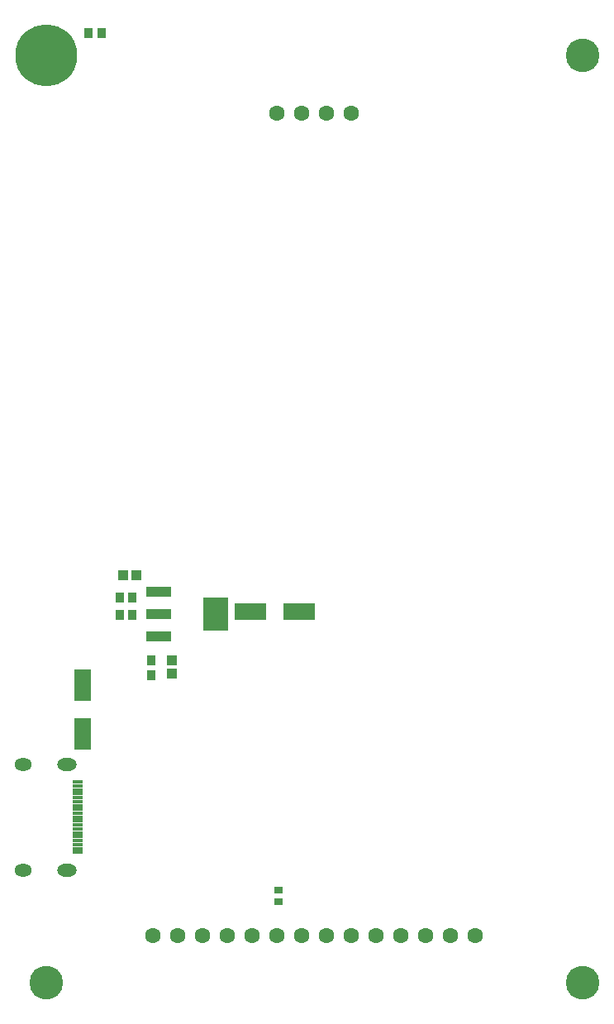
<source format=gts>
G04*
G04 #@! TF.GenerationSoftware,Altium Limited,Altium Designer,22.11.1 (43)*
G04*
G04 Layer_Color=8388736*
%FSLAX25Y25*%
%MOIN*%
G70*
G04*
G04 #@! TF.SameCoordinates,A43992B1-1ED5-4B78-BC8A-5A3AD63A8115*
G04*
G04*
G04 #@! TF.FilePolarity,Negative*
G04*
G01*
G75*
%ADD24R,0.03812X0.03963*%
%ADD26R,0.09849X0.04337*%
%ADD27R,0.09849X0.13392*%
%ADD28R,0.12998X0.06699*%
%ADD29R,0.03747X0.03156*%
%ADD30R,0.04337X0.01306*%
%ADD31R,0.06699X0.12998*%
%ADD32R,0.03943X0.04337*%
%ADD33R,0.03747X0.04140*%
%ADD34R,0.04337X0.03943*%
%ADD35C,0.06306*%
%ADD36O,0.07880X0.05124*%
%ADD37O,0.07093X0.05124*%
%ADD38C,0.13543*%
%ADD39C,0.24961*%
D24*
X62210Y149591D02*
D03*
Y143875D02*
D03*
D26*
X65280Y177572D02*
D03*
Y168517D02*
D03*
Y159462D02*
D03*
D27*
X88114Y168517D02*
D03*
D28*
X102054Y169309D02*
D03*
X121739D02*
D03*
D29*
X113419Y52276D02*
D03*
Y57197D02*
D03*
D30*
X32449Y100673D02*
D03*
Y99098D02*
D03*
Y97524D02*
D03*
Y95949D02*
D03*
Y94374D02*
D03*
Y92799D02*
D03*
Y91224D02*
D03*
Y89650D02*
D03*
Y88075D02*
D03*
Y86500D02*
D03*
Y84925D02*
D03*
Y83350D02*
D03*
Y81776D02*
D03*
Y80201D02*
D03*
Y78626D02*
D03*
Y77051D02*
D03*
Y75476D02*
D03*
Y73902D02*
D03*
Y72327D02*
D03*
D31*
X34417Y120083D02*
D03*
Y139768D02*
D03*
D32*
X56266Y184170D02*
D03*
X50951D02*
D03*
D33*
X49327Y175068D02*
D03*
X54445D02*
D03*
X49327Y168022D02*
D03*
X54445D02*
D03*
X42095Y402757D02*
D03*
X36977D02*
D03*
D34*
X70409Y149666D02*
D03*
Y144351D02*
D03*
D35*
X112951Y38581D02*
D03*
X92951D02*
D03*
X72951D02*
D03*
X102951D02*
D03*
X82951D02*
D03*
X62951D02*
D03*
X162951D02*
D03*
X192951D02*
D03*
X172951D02*
D03*
X152951D02*
D03*
X142951D02*
D03*
X182951D02*
D03*
X132951D02*
D03*
X122951D02*
D03*
X112951Y370469D02*
D03*
X122951D02*
D03*
X132951D02*
D03*
X142951D02*
D03*
D36*
X28315Y107858D02*
D03*
Y65142D02*
D03*
D37*
X10598Y107858D02*
D03*
Y65142D02*
D03*
D38*
X19685Y19685D02*
D03*
X236221D02*
D03*
Y393701D02*
D03*
D39*
X19685D02*
D03*
M02*

</source>
